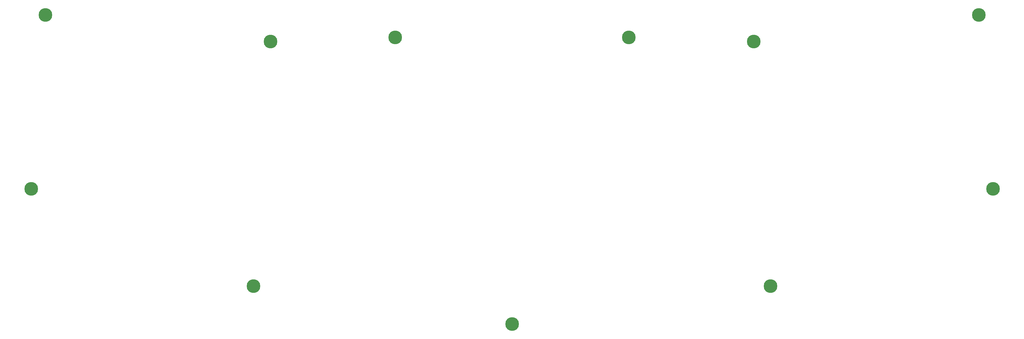
<source format=gbr>
%TF.GenerationSoftware,KiCad,Pcbnew,8.0.1*%
%TF.CreationDate,2024-05-01T11:58:40+09:00*%
%TF.ProjectId,bottom_plate,626f7474-6f6d-45f7-906c-6174652e6b69,v1.0.0*%
%TF.SameCoordinates,Original*%
%TF.FileFunction,Soldermask,Top*%
%TF.FilePolarity,Negative*%
%FSLAX46Y46*%
G04 Gerber Fmt 4.6, Leading zero omitted, Abs format (unit mm)*
G04 Created by KiCad (PCBNEW 8.0.1) date 2024-05-01 11:58:40*
%MOMM*%
%LPD*%
G01*
G04 APERTURE LIST*
%ADD10C,0.800000*%
%ADD11C,4.500000*%
G04 APERTURE END LIST*
D10*
%TO.C,_1*%
X53445824Y-72376087D03*
D11*
X52748504Y-70880679D03*
D10*
X52184171Y-72431172D03*
X54243912Y-70183359D03*
X51198011Y-70316346D03*
X52051184Y-69385271D03*
X51253096Y-71577999D03*
X54298997Y-71445012D03*
X53312837Y-69330186D03*
%TD*%
%TO.C,_2*%
X48828272Y-129475295D03*
D11*
X48130952Y-127979887D03*
D10*
X47566619Y-129530380D03*
X49626360Y-127282567D03*
X46580459Y-127415554D03*
X47433632Y-126484479D03*
X46635544Y-128677207D03*
X49681445Y-128544220D03*
X48695285Y-126429394D03*
%TD*%
%TO.C,_3*%
X127317007Y-81070880D03*
D11*
X126619687Y-79575472D03*
D10*
X126055354Y-81125965D03*
X128115095Y-78878152D03*
X125069194Y-79011139D03*
X125922367Y-78080064D03*
X125124279Y-80272792D03*
X128170180Y-80139805D03*
X127184020Y-78024979D03*
%TD*%
%TO.C,_4*%
X168224033Y-79784317D03*
D11*
X167526713Y-78288909D03*
D10*
X166962380Y-79839402D03*
X169022121Y-77591589D03*
X165976220Y-77724576D03*
X166829393Y-76793501D03*
X166031305Y-78986229D03*
X169077206Y-78853242D03*
X168091046Y-76738416D03*
%TD*%
%TO.C,_5*%
X120907754Y-161516254D03*
D11*
X121051561Y-159872533D03*
D10*
X119787588Y-160933133D03*
X122695282Y-160016340D03*
X119990961Y-158608560D03*
X121195368Y-158228812D03*
X119407840Y-159728726D03*
X122112161Y-161136506D03*
X122315534Y-158811933D03*
%TD*%
%TO.C,_6*%
X360439513Y-71577999D03*
D11*
X358944105Y-70880679D03*
D10*
X359508438Y-72431172D03*
X359641425Y-69385271D03*
X357393612Y-71445012D03*
X357448697Y-70183359D03*
X358246785Y-72376087D03*
X360494598Y-70316346D03*
X358379772Y-69330186D03*
%TD*%
%TO.C,_7*%
X365057065Y-128677207D03*
D11*
X363561657Y-127979887D03*
D10*
X364125990Y-129530380D03*
X364258977Y-126484479D03*
X362011164Y-128544220D03*
X362066249Y-127282567D03*
X362864337Y-129475295D03*
X365112150Y-127415554D03*
X362997324Y-126429394D03*
%TD*%
%TO.C,_8*%
X286568330Y-80272792D03*
D11*
X285072922Y-79575472D03*
D10*
X285637255Y-81125965D03*
X285770242Y-78080064D03*
X283522429Y-80139805D03*
X283577514Y-78878152D03*
X284375602Y-81070880D03*
X286623415Y-79011139D03*
X284508589Y-78024979D03*
%TD*%
%TO.C,_9*%
X245661304Y-78986229D03*
D11*
X244165896Y-78288909D03*
D10*
X244730229Y-79839402D03*
X244863216Y-76793501D03*
X242615403Y-78853242D03*
X242670488Y-77591589D03*
X243468576Y-79784317D03*
X245716389Y-77724576D03*
X243601563Y-76738416D03*
%TD*%
%TO.C,_10*%
X292284769Y-159728726D03*
D11*
X290641048Y-159872533D03*
D10*
X291905021Y-160933133D03*
X290497241Y-158228812D03*
X289580448Y-161136506D03*
X288997327Y-160016340D03*
X290784855Y-161516254D03*
X291701648Y-158608560D03*
X289377075Y-158811933D03*
%TD*%
%TO.C,_11*%
X207013031Y-173497502D03*
D11*
X205846305Y-172330776D03*
D10*
X205846305Y-173980776D03*
X207013031Y-171164050D03*
X204196305Y-172330776D03*
X204679579Y-171164050D03*
X204679579Y-173497502D03*
X207496305Y-172330776D03*
X205846305Y-170680776D03*
%TD*%
M02*

</source>
